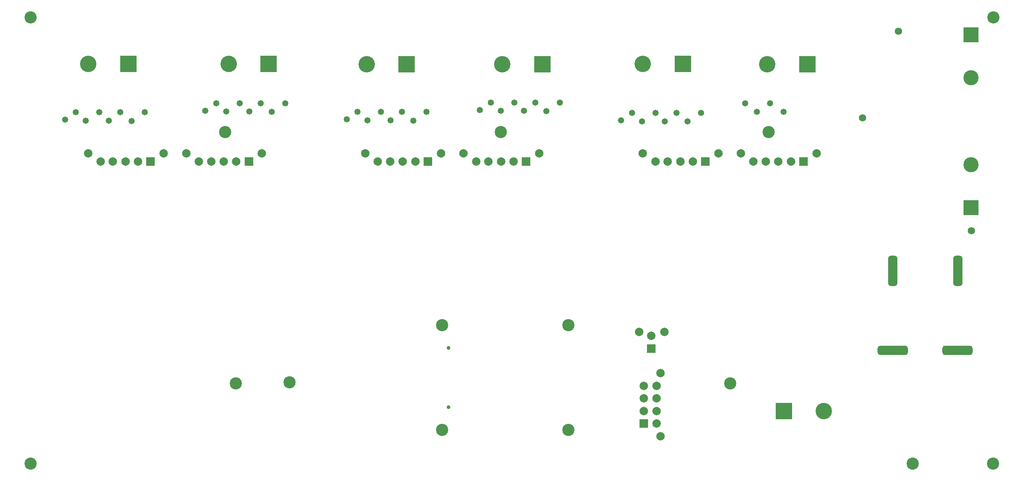
<source format=gbs>
G04*
G04 #@! TF.GenerationSoftware,Altium Limited,Altium Designer,20.0.11 (256)*
G04*
G04 Layer_Color=16711935*
%FSLAX25Y25*%
%MOIN*%
G70*
G01*
G75*
%ADD84C,0.11430*%
G04:AMPARAMS|DCode=85|XSize=86.74mil|YSize=283.59mil|CornerRadius=23.68mil|HoleSize=0mil|Usage=FLASHONLY|Rotation=90.000|XOffset=0mil|YOffset=0mil|HoleType=Round|Shape=RoundedRectangle|*
%AMROUNDEDRECTD85*
21,1,0.08674,0.23622,0,0,90.0*
21,1,0.03937,0.28359,0,0,90.0*
1,1,0.04737,0.11811,0.01968*
1,1,0.04737,0.11811,-0.01968*
1,1,0.04737,-0.11811,-0.01968*
1,1,0.04737,-0.11811,0.01968*
%
%ADD85ROUNDEDRECTD85*%
G04:AMPARAMS|DCode=86|XSize=86.74mil|YSize=283.59mil|CornerRadius=23.68mil|HoleSize=0mil|Usage=FLASHONLY|Rotation=180.000|XOffset=0mil|YOffset=0mil|HoleType=Round|Shape=RoundedRectangle|*
%AMROUNDEDRECTD86*
21,1,0.08674,0.23622,0,0,180.0*
21,1,0.03937,0.28359,0,0,180.0*
1,1,0.04737,-0.01968,0.11811*
1,1,0.04737,0.01968,0.11811*
1,1,0.04737,0.01968,-0.11811*
1,1,0.04737,-0.01968,-0.11811*
%
%ADD86ROUNDEDRECTD86*%
%ADD87C,0.03556*%
%ADD88C,0.00800*%
%ADD89C,0.07887*%
%ADD90R,0.07887X0.07887*%
%ADD91C,0.06800*%
%ADD92C,0.14186*%
%ADD93R,0.14186X0.14186*%
%ADD94R,0.15400X0.15400*%
%ADD95C,0.15400*%
%ADD96R,0.07887X0.07887*%
%ADD97C,0.05800*%
D84*
X-222500Y-119300D02*
D03*
X-473562D02*
D03*
X-732028D02*
D03*
X-722064Y-355593D02*
D03*
X-671525Y-354571D02*
D03*
X-12311Y-430639D02*
D03*
X-11811Y-11811D02*
D03*
X-258526Y-355486D02*
D03*
X-87617Y-430639D02*
D03*
X-914389Y-11811D02*
D03*
X-914389Y-430639D02*
D03*
X-528562Y-399075D02*
D03*
X-410452D02*
D03*
Y-300650D02*
D03*
X-528562D02*
D03*
D85*
X-45600Y-324550D02*
D03*
X-106230D02*
D03*
D86*
X-106427Y-249944D02*
D03*
X-45403D02*
D03*
D87*
X-522657Y-377618D02*
D03*
Y-322106D02*
D03*
D88*
X-528247Y-300509D02*
D03*
X-410452Y-300650D02*
D03*
X-528562Y-399075D02*
D03*
X-410452D02*
D03*
D89*
X-324074Y-404980D02*
D03*
Y-345925D02*
D03*
X-339586Y-381358D02*
D03*
Y-369547D02*
D03*
Y-357736D02*
D03*
X-327775Y-393169D02*
D03*
Y-381358D02*
D03*
Y-369547D02*
D03*
Y-357736D02*
D03*
X-201790Y-147028D02*
D03*
X-213601D02*
D03*
X-225413D02*
D03*
X-236830D02*
D03*
X-177775Y-139311D02*
D03*
X-248641D02*
D03*
X-293621Y-147028D02*
D03*
X-305432D02*
D03*
X-317243D02*
D03*
X-328661D02*
D03*
X-269605Y-139311D02*
D03*
X-340472D02*
D03*
X-461633Y-147028D02*
D03*
X-473444D02*
D03*
X-485255D02*
D03*
X-496672D02*
D03*
X-437617Y-139311D02*
D03*
X-508483D02*
D03*
X-553759Y-147028D02*
D03*
X-565570D02*
D03*
X-577381D02*
D03*
X-588798D02*
D03*
X-529743Y-139311D02*
D03*
X-600609D02*
D03*
X-721476Y-147028D02*
D03*
X-733287D02*
D03*
X-745098D02*
D03*
X-756515D02*
D03*
X-697460Y-139311D02*
D03*
X-768326D02*
D03*
X-813601Y-147028D02*
D03*
X-825413D02*
D03*
X-837224D02*
D03*
X-848641D02*
D03*
X-789586Y-139311D02*
D03*
X-860452D02*
D03*
X-332594Y-310839D02*
D03*
X-344011Y-307138D02*
D03*
X-320389D02*
D03*
D90*
X-339586Y-393169D02*
D03*
D91*
X-32600Y-212050D02*
D03*
X-134746Y-106019D02*
D03*
X-101000Y-24750D02*
D03*
D92*
X-33000Y-68554D02*
D03*
Y-150050D02*
D03*
D93*
Y-28042D02*
D03*
Y-190562D02*
D03*
D94*
X-208400Y-381300D02*
D03*
X-822680Y-55571D02*
D03*
X-186300Y-55900D02*
D03*
X-434738Y-55887D02*
D03*
X-561904D02*
D03*
X-302952Y-55571D02*
D03*
X-691184Y-55571D02*
D03*
D95*
X-170880Y-381300D02*
D03*
X-860200Y-55571D02*
D03*
X-223820Y-55900D02*
D03*
X-472258Y-55887D02*
D03*
X-599423D02*
D03*
X-340472Y-55571D02*
D03*
X-728704Y-55571D02*
D03*
D96*
X-189980Y-147028D02*
D03*
X-281810D02*
D03*
X-449822D02*
D03*
X-541948D02*
D03*
X-709664D02*
D03*
X-801791D02*
D03*
X-332594Y-322650D02*
D03*
D97*
X-208766Y-100600D02*
D03*
X-221444Y-92400D02*
D03*
X-233500Y-100600D02*
D03*
X-244672Y-92400D02*
D03*
X-360879Y-108386D02*
D03*
X-350698Y-101500D02*
D03*
X-341358Y-109286D02*
D03*
X-328609Y-101500D02*
D03*
X-319812Y-109286D02*
D03*
X-309024Y-101500D02*
D03*
X-298540Y-109583D02*
D03*
X-286117Y-101500D02*
D03*
X-493155Y-98640D02*
D03*
X-482974Y-91754D02*
D03*
X-473634Y-99540D02*
D03*
X-460886Y-91754D02*
D03*
X-452088Y-99540D02*
D03*
X-441300Y-91754D02*
D03*
X-430817Y-99837D02*
D03*
X-418394Y-91754D02*
D03*
X-618075Y-107486D02*
D03*
X-607894Y-100600D02*
D03*
X-598554Y-108386D02*
D03*
X-585806Y-100600D02*
D03*
X-577008Y-108386D02*
D03*
X-566220Y-100600D02*
D03*
X-555737Y-108683D02*
D03*
X-543314Y-100600D02*
D03*
X-750505Y-99336D02*
D03*
X-740324Y-92450D02*
D03*
X-730984Y-100236D02*
D03*
X-718235Y-92450D02*
D03*
X-709438Y-100236D02*
D03*
X-698650Y-92450D02*
D03*
X-688166Y-100533D02*
D03*
X-675743Y-92450D02*
D03*
X-807360Y-100914D02*
D03*
X-819783Y-108997D02*
D03*
X-830266Y-100914D02*
D03*
X-841054Y-108700D02*
D03*
X-849852Y-100914D02*
D03*
X-862600Y-108700D02*
D03*
X-871940Y-100914D02*
D03*
X-882121Y-107800D02*
D03*
M02*

</source>
